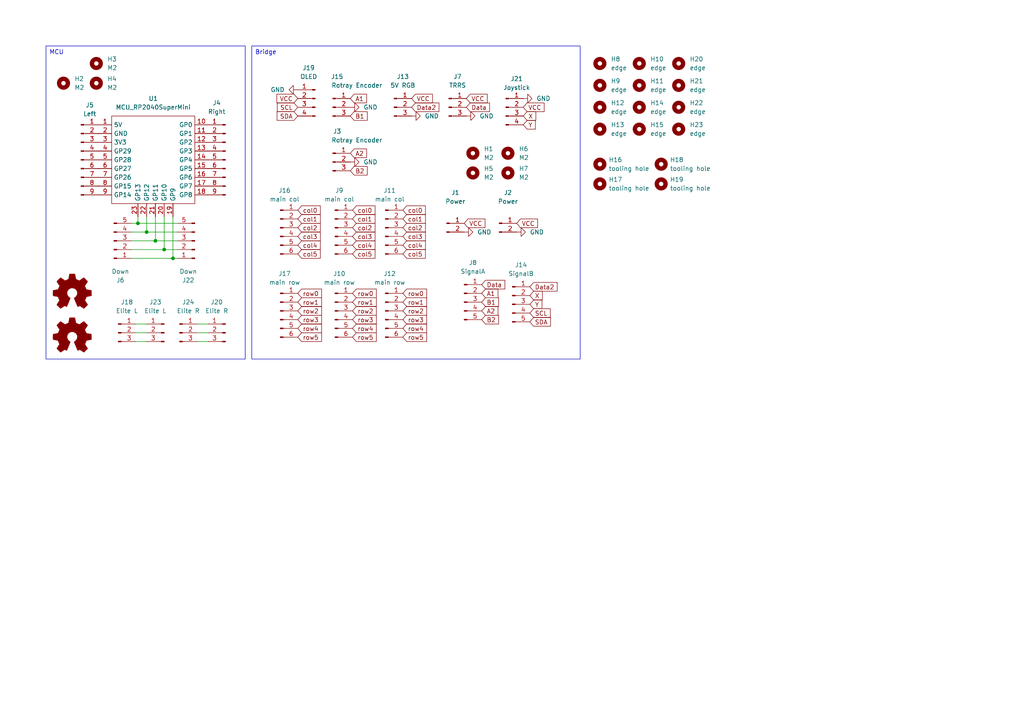
<source format=kicad_sch>
(kicad_sch (version 20230121) (generator eeschema)
  (paper "A4")
  (lib_symbols
    (symbol "Connector:Conn_01x02_Pin" (pin_names (offset 1.016) hide)
      (property "Reference" "J" (at 0 2.54 0))
      (property "Value" "Conn_01x02_Pin" (at 0 -5.08 0))
      (symbol "Conn_01x02_Pin_1_1"
        (polyline (pts (xy 1.27 -2.54) (xy 0.8636 -2.54)) (stroke (width 0.1524)))
        (polyline (pts (xy 1.27 0) (xy 0.8636 0)) (stroke (width 0.1524)))
        (rectangle (start 0.8636 -2.413) (end 0 -2.667) (stroke (width 0.1524)) (fill (type outline)))
        (rectangle (start 0.8636 0.127) (end 0 -0.127) (stroke (width 0.1524)) (fill (type outline)))
        (pin passive line (at 5.08 0 180) (length 3.81) (name "Pin_1") (number "1"))
        (pin passive line (at 5.08 -2.54 180) (length 3.81) (name "Pin_2") (number "2"))
      )
    )
    (symbol "Connector:Conn_01x03_Pin" (pin_names (offset 1.016) hide)
      (property "Reference" "J" (at 0 5.08 0))
      (property "Value" "Conn_01x03_Pin" (at 0 -5.08 0))
      (symbol "Conn_01x03_Pin_1_1"
        (polyline (pts (xy 1.27 -2.54) (xy 0.8636 -2.54)) (stroke (width 0.1524)))
        (polyline (pts (xy 1.27 0) (xy 0.8636 0)) (stroke (width 0.1524)))
        (polyline (pts (xy 1.27 2.54) (xy 0.8636 2.54)) (stroke (width 0.1524)))
        (rectangle (start 0.8636 -2.413) (end 0 -2.667) (stroke (width 0.1524)) (fill (type outline)))
        (rectangle (start 0.8636 0.127) (end 0 -0.127) (stroke (width 0.1524)) (fill (type outline)))
        (rectangle (start 0.8636 2.667) (end 0 2.413) (stroke (width 0.1524)) (fill (type outline)))
        (pin passive line (at 5.08 2.54 180) (length 3.81) (name "Pin_1") (number "1"))
        (pin passive line (at 5.08 0 180) (length 3.81) (name "Pin_2") (number "2"))
        (pin passive line (at 5.08 -2.54 180) (length 3.81) (name "Pin_3") (number "3"))
      )
    )
    (symbol "Connector:Conn_01x04_Pin" (pin_names (offset 1.016) hide)
      (property "Reference" "J" (at 0 5.08 0))
      (property "Value" "Conn_01x04_Pin" (at 0 -7.62 0))
      (symbol "Conn_01x04_Pin_1_1"
        (polyline (pts (xy 1.27 -5.08) (xy 0.8636 -5.08)) (stroke (width 0.1524)))
        (polyline (pts (xy 1.27 -2.54) (xy 0.8636 -2.54)) (stroke (width 0.1524)))
        (polyline (pts (xy 1.27 0) (xy 0.8636 0)) (stroke (width 0.1524)))
        (polyline (pts (xy 1.27 2.54) (xy 0.8636 2.54)) (stroke (width 0.1524)))
        (rectangle (start 0.8636 -4.953) (end 0 -5.207) (stroke (width 0.1524)) (fill (type outline)))
        (rectangle (start 0.8636 -2.413) (end 0 -2.667) (stroke (width 0.1524)) (fill (type outline)))
        (rectangle (start 0.8636 0.127) (end 0 -0.127) (stroke (width 0.1524)) (fill (type outline)))
        (rectangle (start 0.8636 2.667) (end 0 2.413) (stroke (width 0.1524)) (fill (type outline)))
        (pin passive line (at 5.08 2.54 180) (length 3.81) (name "Pin_1") (number "1"))
        (pin passive line (at 5.08 0 180) (length 3.81) (name "Pin_2") (number "2"))
        (pin passive line (at 5.08 -2.54 180) (length 3.81) (name "Pin_3") (number "3"))
        (pin passive line (at 5.08 -5.08 180) (length 3.81) (name "Pin_4") (number "4"))
      )
    )
    (symbol "Connector:Conn_01x05_Pin" (pin_names (offset 1.016) hide)
      (property "Reference" "J" (at 0 7.62 0))
      (property "Value" "Conn_01x05_Pin" (at 0 -7.62 0))
      (symbol "Conn_01x05_Pin_1_1"
        (polyline (pts (xy 1.27 -5.08) (xy 0.8636 -5.08)) (stroke (width 0.1524)))
        (polyline (pts (xy 1.27 -2.54) (xy 0.8636 -2.54)) (stroke (width 0.1524)))
        (polyline (pts (xy 1.27 0) (xy 0.8636 0)) (stroke (width 0.1524)))
        (polyline (pts (xy 1.27 2.54) (xy 0.8636 2.54)) (stroke (width 0.1524)))
        (polyline (pts (xy 1.27 5.08) (xy 0.8636 5.08)) (stroke (width 0.1524)))
        (rectangle (start 0.8636 -4.953) (end 0 -5.207) (stroke (width 0.1524)) (fill (type outline)))
        (rectangle (start 0.8636 -2.413) (end 0 -2.667) (stroke (width 0.1524)) (fill (type outline)))
        (rectangle (start 0.8636 0.127) (end 0 -0.127) (stroke (width 0.1524)) (fill (type outline)))
        (rectangle (start 0.8636 2.667) (end 0 2.413) (stroke (width 0.1524)) (fill (type outline)))
        (rectangle (start 0.8636 5.207) (end 0 4.953) (stroke (width 0.1524)) (fill (type outline)))
        (pin passive line (at 5.08 5.08 180) (length 3.81) (name "Pin_1") (number "1"))
        (pin passive line (at 5.08 2.54 180) (length 3.81) (name "Pin_2") (number "2"))
        (pin passive line (at 5.08 0 180) (length 3.81) (name "Pin_3") (number "3"))
        (pin passive line (at 5.08 -2.54 180) (length 3.81) (name "Pin_4") (number "4"))
        (pin passive line (at 5.08 -5.08 180) (length 3.81) (name "Pin_5") (number "5"))
      )
    )
    (symbol "Connector:Conn_01x06_Pin" (pin_names (offset 1.016) hide)
      (property "Reference" "J" (at 0 7.62 0))
      (property "Value" "Conn_01x06_Pin" (at 0 -10.16 0))
      (symbol "Conn_01x06_Pin_1_1"
        (polyline (pts (xy 1.27 -7.62) (xy 0.8636 -7.62)) (stroke (width 0.1524)))
        (polyline (pts (xy 1.27 -5.08) (xy 0.8636 -5.08)) (stroke (width 0.1524)))
        (polyline (pts (xy 1.27 -2.54) (xy 0.8636 -2.54)) (stroke (width 0.1524)))
        (polyline (pts (xy 1.27 0) (xy 0.8636 0)) (stroke (width 0.1524)))
        (polyline (pts (xy 1.27 2.54) (xy 0.8636 2.54)) (stroke (width 0.1524)))
        (polyline (pts (xy 1.27 5.08) (xy 0.8636 5.08)) (stroke (width 0.1524)))
        (rectangle (start 0.8636 -7.493) (end 0 -7.747) (stroke (width 0.1524)) (fill (type outline)))
        (rectangle (start 0.8636 -4.953) (end 0 -5.207) (stroke (width 0.1524)) (fill (type outline)))
        (rectangle (start 0.8636 -2.413) (end 0 -2.667) (stroke (width 0.1524)) (fill (type outline)))
        (rectangle (start 0.8636 0.127) (end 0 -0.127) (stroke (width 0.1524)) (fill (type outline)))
        (rectangle (start 0.8636 2.667) (end 0 2.413) (stroke (width 0.1524)) (fill (type outline)))
        (rectangle (start 0.8636 5.207) (end 0 4.953) (stroke (width 0.1524)) (fill (type outline)))
        (pin passive line (at 5.08 5.08 180) (length 3.81) (name "Pin_1") (number "1"))
        (pin passive line (at 5.08 2.54 180) (length 3.81) (name "Pin_2") (number "2"))
        (pin passive line (at 5.08 0 180) (length 3.81) (name "Pin_3") (number "3"))
        (pin passive line (at 5.08 -2.54 180) (length 3.81) (name "Pin_4") (number "4"))
        (pin passive line (at 5.08 -5.08 180) (length 3.81) (name "Pin_5") (number "5"))
        (pin passive line (at 5.08 -7.62 180) (length 3.81) (name "Pin_6") (number "6"))
      )
    )
    (symbol "Connector:Conn_01x09_Pin" (pin_names (offset 1.016) hide)
      (property "Reference" "J" (at 0 12.7 0))
      (property "Value" "Conn_01x09_Pin" (at 0 -12.7 0))
      (symbol "Conn_01x09_Pin_1_1"
        (polyline (pts (xy 1.27 -10.16) (xy 0.8636 -10.16)) (stroke (width 0.1524)))
        (polyline (pts (xy 1.27 -7.62) (xy 0.8636 -7.62)) (stroke (width 0.1524)))
        (polyline (pts (xy 1.27 -5.08) (xy 0.8636 -5.08)) (stroke (width 0.1524)))
        (polyline (pts (xy 1.27 -2.54) (xy 0.8636 -2.54)) (stroke (width 0.1524)))
        (polyline (pts (xy 1.27 0) (xy 0.8636 0)) (stroke (width 0.1524)))
        (polyline (pts (xy 1.27 2.54) (xy 0.8636 2.54)) (stroke (width 0.1524)))
        (polyline (pts (xy 1.27 5.08) (xy 0.8636 5.08)) (stroke (width 0.1524)))
        (polyline (pts (xy 1.27 7.62) (xy 0.8636 7.62)) (stroke (width 0.1524)))
        (polyline (pts (xy 1.27 10.16) (xy 0.8636 10.16)) (stroke (width 0.1524)))
        (rectangle (start 0.8636 -10.033) (end 0 -10.287) (stroke (width 0.1524)) (fill (type outline)))
        (rectangle (start 0.8636 -7.493) (end 0 -7.747) (stroke (width 0.1524)) (fill (type outline)))
        (rectangle (start 0.8636 -4.953) (end 0 -5.207) (stroke (width 0.1524)) (fill (type outline)))
        (rectangle (start 0.8636 -2.413) (end 0 -2.667) (stroke (width 0.1524)) (fill (type outline)))
        (rectangle (start 0.8636 0.127) (end 0 -0.127) (stroke (width 0.1524)) (fill (type outline)))
        (rectangle (start 0.8636 2.667) (end 0 2.413) (stroke (width 0.1524)) (fill (type outline)))
        (rectangle (start 0.8636 5.207) (end 0 4.953) (stroke (width 0.1524)) (fill (type outline)))
        (rectangle (start 0.8636 7.747) (end 0 7.493) (stroke (width 0.1524)) (fill (type outline)))
        (rectangle (start 0.8636 10.287) (end 0 10.033) (stroke (width 0.1524)) (fill (type outline)))
        (pin passive line (at 5.08 10.16 180) (length 3.81) (name "Pin_1") (number "1"))
        (pin passive line (at 5.08 7.62 180) (length 3.81) (name "Pin_2") (number "2"))
        (pin passive line (at 5.08 5.08 180) (length 3.81) (name "Pin_3") (number "3"))
        (pin passive line (at 5.08 2.54 180) (length 3.81) (name "Pin_4") (number "4"))
        (pin passive line (at 5.08 0 180) (length 3.81) (name "Pin_5") (number "5"))
        (pin passive line (at 5.08 -2.54 180) (length 3.81) (name "Pin_6") (number "6"))
        (pin passive line (at 5.08 -5.08 180) (length 3.81) (name "Pin_7") (number "7"))
        (pin passive line (at 5.08 -7.62 180) (length 3.81) (name "Pin_8") (number "8"))
        (pin passive line (at 5.08 -10.16 180) (length 3.81) (name "Pin_9") (number "9"))
      )
    )
    (symbol "DreaM117er_Library:MCU_RP2040SuperMini" (pin_names (offset 0.635))
      (property "Reference" "U" (at 0 12.7 0))
      (property "Value" "MCU_RP2040SuperMini" (at 0 10.16 0))
      (symbol "MCU_RP2040SuperMini_0_1"
        (rectangle (start -12.065 8.89) (end 12.065 -16.51))
      )
      (symbol "MCU_RP2040SuperMini_1_1"
        (pin output line (at -15.875 6.35 0) (length 3.81) (name "5V") (number "1"))
        (pin input line (at 15.875 6.35 180) (length 3.81) (name "GP0") (number "10"))
        (pin input line (at 15.875 3.81 180) (length 3.81) (name "GP1") (number "11"))
        (pin input line (at 15.875 1.27 180) (length 3.81) (name "GP2") (number "12"))
        (pin input line (at 15.875 -1.27 180) (length 3.81) (name "GP3") (number "13"))
        (pin input line (at 15.875 -3.81 180) (length 3.81) (name "GP4") (number "14"))
        (pin input line (at 15.875 -6.35 180) (length 3.81) (name "GP5") (number "15"))
        (pin input line (at 15.875 -8.89 180) (length 3.81) (name "GP6") (number "16"))
        (pin input line (at 15.875 -11.43 180) (length 3.81) (name "GP7") (number "17"))
        (pin input line (at 15.875 -13.97 180) (length 3.81) (name "GP8") (number "18"))
        (pin input line (at 5.715 -20.32 90) (length 3.81) (name "GP9") (number "19"))
        (pin input line (at -15.875 3.81 0) (length 3.81) (name "GND") (number "2"))
        (pin input line (at 3.175 -20.32 90) (length 3.81) (name "GP10") (number "20"))
        (pin input line (at 0.635 -20.32 90) (length 3.81) (name "GP11") (number "21"))
        (pin input line (at -1.905 -20.32 90) (length 3.81) (name "GP12") (number "22"))
        (pin input line (at -4.445 -20.32 90) (length 3.81) (name "GP13") (number "23"))
        (pin output line (at -15.875 1.27 0) (length 3.81) (name "3V3") (number "3"))
        (pin input line (at -15.875 -1.27 0) (length 3.81) (name "GP29") (number "4"))
        (pin input line (at -15.875 -3.81 0) (length 3.81) (name "GP28") (number "5"))
        (pin input line (at -15.875 -6.35 0) (length 3.81) (name "GP27") (number "6"))
        (pin input line (at -15.875 -8.89 0) (length 3.81) (name "GP26") (number "7"))
        (pin input line (at -15.875 -11.43 0) (length 3.81) (name "GP15") (number "8"))
        (pin input line (at -15.875 -13.97 0) (length 3.81) (name "GP14") (number "9"))
      )
    )
    (symbol "Graphic:Logo_Open_Hardware_Small" (in_bom no) (on_board no)
      (symbol "Logo_Open_Hardware_Small_0_1"
        (polyline (pts (xy 3.3528 -4.3434) (xy 3.302 -4.318) (xy 3.175 -4.2418) (xy 2.9972 -4.1148) (xy 2.7686 -3.9624) (xy 2.54 -3.81) (xy 2.3622 -3.7084) (xy 2.2352 -3.6068) (xy 2.1844 -3.5814) (xy 2.159 -3.6068) (xy 2.0574 -3.6576) (xy 1.905 -3.7338) (xy 1.8034 -3.7846) (xy 1.6764 -3.8354) (xy 1.6002 -3.8354) (xy 1.6002 -3.8354) (xy 1.5494 -3.7338) (xy 1.4732 -3.5306) (xy 1.3462 -3.302) (xy 1.2446 -3.0226) (xy 1.1176 -2.7178) (xy 0.9652 -2.413) (xy 0.8636 -2.1082) (xy 0.7366 -1.8288) (xy 0.6604 -1.6256) (xy 0.6096 -1.4732) (xy 0.5842 -1.397) (xy 0.5842 -1.397) (xy 0.6604 -1.3208) (xy 0.7874 -1.2446) (xy 1.0414 -1.016) (xy 1.2954 -0.6858) (xy 1.4478 -0.3302) (xy 1.524 0.0762) (xy 1.4732 0.4572) (xy 1.3208 0.8128) (xy 1.0668 1.143) (xy 0.762 1.3716) (xy 0.4064 1.524) (xy 0 1.5748) (xy -0.381 1.5494) (xy -0.7366 1.397) (xy -1.0668 1.143) (xy -1.2192 0.9906) (xy -1.397 0.6604) (xy -1.524 0.3048) (xy -1.524 0.2286) (xy -1.4986 -0.1778) (xy -1.397 -0.5334) (xy -1.1938 -0.8636) (xy -0.9144 -1.143) (xy -0.8636 -1.1684) (xy -0.7366 -1.27) (xy -0.635 -1.3462) (xy -0.5842 -1.397) (xy -1.0668 -2.5908) (xy -1.143 -2.794) (xy -1.2954 -3.1242) (xy -1.397 -3.4036) (xy -1.4986 -3.6322) (xy -1.5748 -3.7846) (xy -1.6002 -3.8354) (xy -1.6002 -3.8354) (xy -1.651 -3.8354) (xy -1.7272 -3.81) (xy -1.905 -3.7338) (xy -2.0066 -3.683) (xy -2.1336 -3.6068) (xy -2.2098 -3.5814) (xy -2.2606 -3.6068) (xy -2.3622 -3.683) (xy -2.54 -3.81) (xy -2.7686 -3.9624) (xy -2.9718 -4.0894) (xy -3.1496 -4.2164) (xy -3.302 -4.318) (xy -3.3528 -4.3434) (xy -3.3782 -4.3434) (xy -3.429 -4.318) (xy -3.5306 -4.2164) (xy -3.7084 -4.064) (xy -3.937 -3.8354) (xy -3.9624 -3.81) (xy -4.1656 -3.6068) (xy -4.318 -3.4544) (xy -4.4196 -3.3274) (xy -4.445 -3.2766) (xy -4.445 -3.2766) (xy -4.4196 -3.2258) (xy -4.318 -3.0734) (xy -4.2164 -2.8956) (xy -4.064 -2.667) (xy -3.6576 -2.0828) (xy -3.8862 -1.5494) (xy -3.937 -1.3716) (xy -4.0386 -1.1684) (xy -4.0894 -1.0414) (xy -4.1148 -0.9652) (xy -4.191 -0.9398) (xy -4.318 -0.9144) (xy -4.5466 -0.8636) (xy -4.8006 -0.8128) (xy -5.0546 -0.7874) (xy -5.2578 -0.7366) (xy -5.4356 -0.7112) (xy -5.5118 -0.6858) (xy -5.5118 -0.6858) (xy -5.5372 -0.635) (xy -5.5372 -0.5588) (xy -5.5372 -0.4318) (xy -5.5626 -0.2286) (xy -5.5626 0.0762) (xy -5.5626 0.127) (xy -5.5372 0.4064) (xy -5.5372 0.635) (xy -5.5372 0.762) (xy -5.5372 0.8382) (xy -5.5372 0.8382) (xy -5.461 0.8382) (xy -5.3086 0.889) (xy -5.08 0.9144) (xy -4.826 0.9652) (xy -4.8006 0.9906) (xy -4.5466 1.0414) (xy -4.318 1.0668) (xy -4.1656 1.1176) (xy -4.0894 1.143) (xy -4.0894 1.143) (xy -4.0386 1.2446) (xy -3.9624 1.4224) (xy -3.8608 1.6256) (xy -3.7846 1.8288) (xy -3.7084 2.0066) (xy -3.6576 2.159) (xy -3.6322 2.2098) (xy -3.6322 2.2098) (xy -3.683 2.286) (xy -3.7592 2.413) (xy -3.8862 2.5908) (xy -4.064 2.8194) (xy -4.064 2.8448) (xy -4.2164 3.0734) (xy -4.3434 3.2512) (xy -4.4196 3.3782) (xy -4.445 3.4544) (xy -4.445 3.4544) (xy -4.3942 3.5052) (xy -4.2926 3.6322) (xy -4.1148 3.81) (xy -3.937 4.0132) (xy -3.8608 4.064) (xy -3.6576 4.2926) (xy -3.5052 4.4196) (xy -3.4036 4.4958) (xy -3.3528 4.5212) (xy -3.3528 4.5212) (xy -3.302 4.4704) (xy -3.1496 4.3688) (xy -2.9718 4.2418) (xy -2.7432 4.0894) (xy -2.7178 4.0894) (xy -2.4892 3.937) (xy -2.3114 3.81) (xy -2.1844 3.7084) (xy -2.1336 3.683) (xy -2.1082 3.683) (xy -2.032 3.7084) (xy -1.8542 3.7592) (xy -1.6764 3.8354) (xy -1.4732 3.937) (xy -1.27 4.0132) (xy -1.143 4.064) (xy -1.0668 4.1148) (xy -1.0668 4.1148) (xy -1.0414 4.191) (xy -1.016 4.3434) (xy -0.9652 4.572) (xy -0.9144 4.8514) (xy -0.889 4.9022) (xy -0.8382 5.1562) (xy -0.8128 5.3848) (xy -0.7874 5.5372) (xy -0.762 5.588) (xy -0.7112 5.6134) (xy -0.5842 5.6134) (xy -0.4064 5.6134) (xy -0.1524 5.6134) (xy 0.0762 5.6134) (xy 0.3302 5.6134) (xy 0.5334 5.6134) (xy 0.6858 5.588) (xy 0.7366 5.588) (xy 0.7366 5.588) (xy 0.762 5.5118) (xy 0.8128 5.334) (xy 0.8382 5.1054) (xy 0.9144 4.826) (xy 0.9144 4.7752) (xy 0.9652 4.5212) (xy 1.016 4.2926) (xy 1.0414 4.1402) (xy 1.0668 4.0894) (xy 1.0668 4.0894) (xy 1.1938 4.0386) (xy 1.3716 3.9624) (xy 1.5748 3.8608) (xy 2.0828 3.6576) (xy 2.7178 4.0894) (xy 2.7686 4.1402) (xy 2.9972 4.2926) (xy 3.175 4.4196) (xy 3.302 4.4958) (xy 3.3782 4.5212) (xy 3.3782 4.5212) (xy 3.429 4.4704) (xy 3.556 4.3434) (xy 3.7338 4.191) (xy 3.9116 3.9878) (xy 4.064 3.8354) (xy 4.2418 3.6576) (xy 4.3434 3.556) (xy 4.4196 3.4798) (xy 4.4196 3.429) (xy 4.4196 3.4036) (xy 4.3942 3.3274) (xy 4.2926 3.2004) (xy 4.1656 2.9972) (xy 4.0132 2.794) (xy 3.8862 2.5908) (xy 3.7592 2.3876) (xy 3.6576 2.2352) (xy 3.6322 2.159) (xy 3.6322 2.1336) (xy 3.683 2.0066) (xy 3.7592 1.8288) (xy 3.8608 1.6002) (xy 4.064 1.1176) (xy 4.3942 1.0414) (xy 4.5974 1.016) (xy 4.8768 0.9652) (xy 5.1308 0.9144) (xy 5.5372 0.8382) (xy 5.5626 -0.6604) (xy 5.4864 -0.6858) (xy 5.4356 -0.6858) (xy 5.2832 -0.7366) (xy 5.0546 -0.762) (xy 4.8006 -0.8128) (xy 4.5974 -0.8636) (xy 4.3688 -0.9144) (xy 4.2164 -0.9398) (xy 4.1402 -0.9398) (xy 4.1148 -0.9652) (xy 4.064 -1.0668) (xy 3.9878 -1.2446) (xy 3.9116 -1.4478) (xy 3.81 -1.651) (xy 3.7338 -1.8542) (xy 3.683 -2.0066) (xy 3.6576 -2.0828) (xy 3.683 -2.1336) (xy 3.7846 -2.2606) (xy 3.8862 -2.4638) (xy 4.0386 -2.667) (xy 4.191 -2.8956) (xy 4.318 -3.0734) (xy 4.3942 -3.2004) (xy 4.445 -3.2766) (xy 4.4196 -3.3274) (xy 4.3434 -3.429) (xy 4.1656 -3.5814) (xy 3.937 -3.8354) (xy 3.8862 -3.8608) (xy 3.683 -4.064) (xy 3.5306 -4.2164) (xy 3.4036 -4.318) (xy 3.3528 -4.3434)) (fill (type outline)))
      )
    )
    (symbol "Mechanical:MountingHole" (pin_names (offset 1.016))
      (property "Reference" "H" (at 0 5.08 0))
      (property "Value" "MountingHole" (at 0 3.175 0))
      (symbol "MountingHole_0_1"
        (circle (center 0 0) (radius 1.27) (stroke (width 1.27)))
      )
    )
    (symbol "power:GND" (power) (pin_names (offset 0))
      (property "Value" "GND" (at 0 -3.81 0))
      (symbol "GND_0_1"
        (polyline (pts (xy 0 0) (xy 0 -1.27) (xy 1.27 -1.27) (xy 0 -2.54) (xy -1.27 -1.27) (xy 0 -1.27)))
      )
      (symbol "GND_1_1"
        (pin power_in line (at 0 0 270) (length 0) hide (name "GND") (number "1"))
      )
    )
  )
  (junction (at 47.625 72.39))
  (junction (at 45.085 69.85))
  (junction (at 50.165 74.93))
  (junction (at 42.545 67.31))
  (junction (at 40.005 64.77))
  (wire (pts (xy 38.1 74.93) (xy 50.165 74.93)))
  (wire (pts (xy 60.325 99.06) (xy 57.15 99.06)))
  (wire (pts (xy 45.085 69.85) (xy 38.1 69.85)))
  (wire (pts (xy 38.1 64.77) (xy 40.005 64.77)))
  (wire (pts (xy 42.545 96.52) (xy 39.37 96.52)))
  (wire (pts (xy 60.325 93.98) (xy 57.15 93.98)))
  (wire (pts (xy 42.545 62.865) (xy 42.545 67.31)))
  (wire (pts (xy 42.545 93.98) (xy 39.37 93.98)))
  (wire (pts (xy 50.165 74.93) (xy 51.435 74.93)))
  (wire (pts (xy 47.625 72.39) (xy 51.435 72.39)))
  (wire (pts (xy 38.1 67.31) (xy 42.545 67.31)))
  (wire (pts (xy 38.1 72.39) (xy 47.625 72.39)))
  (wire (pts (xy 45.085 62.865) (xy 45.085 69.85)))
  (wire (pts (xy 42.545 99.06) (xy 39.37 99.06)))
  (wire (pts (xy 47.625 72.39) (xy 47.625 62.865)))
  (wire (pts (xy 40.005 64.77) (xy 40.005 62.865)))
  (wire (pts (xy 45.085 69.85) (xy 51.435 69.85)))
  (wire (pts (xy 50.165 62.865) (xy 50.165 74.93)))
  (wire (pts (xy 60.325 96.52) (xy 57.15 96.52)))
  (wire (pts (xy 51.435 64.77) (xy 40.005 64.77)))
  (wire (pts (xy 51.435 67.31) (xy 42.545 67.31)))
  (text_box "Bridge" (at 73.025 13.335 0) (size 95.25 90.805) (effects (font (size 1.27 1.27)) (justify left top)))
  (text_box "MCU" (at 13.335 13.335 0) (size 57.785 90.805) (effects (font (size 1.27 1.27)) (justify left top)))
  (global_label "Data2" (shape input) (at 119.38 31.115 0) (property "Intersheetrefs" "${INTERSHEET_REFS}" (effects hide)))
  (global_label "col4" (shape input) (at 86.36 71.12 0) (property "Intersheetrefs" "${INTERSHEET_REFS}" (effects hide)))
  (global_label "SCL" (shape input) (at 153.67 90.805 0) (property "Intersheetrefs" "${INTERSHEET_REFS}" (effects hide)))
  (global_label "SDA" (shape input) (at 86.36 33.655 180) (property "Intersheetrefs" "${INTERSHEET_REFS}" (effects hide)))
  (global_label "col1" (shape input) (at 102.235 63.5 0) (property "Intersheetrefs" "${INTERSHEET_REFS}" (effects hide)))
  (global_label "col4" (shape input) (at 116.84 71.12 0) (property "Intersheetrefs" "${INTERSHEET_REFS}" (effects hide)))
  (global_label "row3" (shape input) (at 86.36 92.71 0) (property "Intersheetrefs" "${INTERSHEET_REFS}" (effects hide)))
  (global_label "col5" (shape input) (at 116.84 73.66 0) (property "Intersheetrefs" "${INTERSHEET_REFS}" (effects hide)))
  (global_label "VCC" (shape input) (at 119.38 28.575 0) (property "Intersheetrefs" "${INTERSHEET_REFS}" (effects hide)))
  (global_label "row5" (shape input) (at 102.235 97.79 0) (property "Intersheetrefs" "${INTERSHEET_REFS}" (effects hide)))
  (global_label "row3" (shape input) (at 102.235 92.71 0) (property "Intersheetrefs" "${INTERSHEET_REFS}" (effects hide)))
  (global_label "Y" (shape input) (at 151.765 36.195 0) (property "Intersheetrefs" "${INTERSHEET_REFS}" (effects hide)))
  (global_label "Data2" (shape input) (at 153.67 83.185 0) (property "Intersheetrefs" "${INTERSHEET_REFS}" (effects hide)))
  (global_label "row4" (shape input) (at 86.36 95.25 0) (property "Intersheetrefs" "${INTERSHEET_REFS}" (effects hide)))
  (global_label "col0" (shape input) (at 116.84 60.96 0) (property "Intersheetrefs" "${INTERSHEET_REFS}" (effects hide)))
  (global_label "col0" (shape input) (at 86.36 60.96 0) (property "Intersheetrefs" "${INTERSHEET_REFS}" (effects hide)))
  (global_label "row1" (shape input) (at 86.36 87.63 0) (property "Intersheetrefs" "${INTERSHEET_REFS}" (effects hide)))
  (global_label "A2" (shape input) (at 139.7 90.17 0) (property "Intersheetrefs" "${INTERSHEET_REFS}" (effects hide)))
  (global_label "B1" (shape input) (at 139.7 87.63 0) (property "Intersheetrefs" "${INTERSHEET_REFS}" (effects hide)))
  (global_label "VCC" (shape input) (at 86.36 28.575 180) (property "Intersheetrefs" "${INTERSHEET_REFS}" (effects hide)))
  (global_label "VCC" (shape input) (at 134.62 64.77 0) (property "Intersheetrefs" "${INTERSHEET_REFS}" (effects hide)))
  (global_label "SDA" (shape input) (at 153.67 93.345 0) (property "Intersheetrefs" "${INTERSHEET_REFS}" (effects hide)))
  (global_label "X" (shape input) (at 151.765 33.655 0) (property "Intersheetrefs" "${INTERSHEET_REFS}" (effects hide)))
  (global_label "Data" (shape input) (at 139.7 82.55 0) (property "Intersheetrefs" "${INTERSHEET_REFS}" (effects hide)))
  (global_label "row5" (shape input) (at 86.36 97.79 0) (property "Intersheetrefs" "${INTERSHEET_REFS}" (effects hide)))
  (global_label "row3" (shape input) (at 116.84 92.71 0) (property "Intersheetrefs" "${INTERSHEET_REFS}" (effects hide)))
  (global_label "A1" (shape input) (at 139.7 85.09 0) (property "Intersheetrefs" "${INTERSHEET_REFS}" (effects hide)))
  (global_label "col3" (shape input) (at 116.84 68.58 0) (property "Intersheetrefs" "${INTERSHEET_REFS}" (effects hide)))
  (global_label "X" (shape input) (at 153.67 85.725 0) (property "Intersheetrefs" "${INTERSHEET_REFS}" (effects hide)))
  (global_label "B2" (shape input) (at 101.6 49.53 0) (property "Intersheetrefs" "${INTERSHEET_REFS}" (effects hide)))
  (global_label "row4" (shape input) (at 102.235 95.25 0) (property "Intersheetrefs" "${INTERSHEET_REFS}" (effects hide)))
  (global_label "col0" (shape input) (at 102.235 60.96 0) (property "Intersheetrefs" "${INTERSHEET_REFS}" (effects hide)))
  (global_label "row2" (shape input) (at 116.84 90.17 0) (property "Intersheetrefs" "${INTERSHEET_REFS}" (effects hide)))
  (global_label "row5" (shape input) (at 116.84 97.79 0) (property "Intersheetrefs" "${INTERSHEET_REFS}" (effects hide)))
  (global_label "B2" (shape input) (at 139.7 92.71 0) (property "Intersheetrefs" "${INTERSHEET_REFS}" (effects hide)))
  (global_label "VCC" (shape input) (at 135.255 28.575 0) (property "Intersheetrefs" "${INTERSHEET_REFS}" (effects hide)))
  (global_label "row2" (shape input) (at 102.235 90.17 0) (property "Intersheetrefs" "${INTERSHEET_REFS}" (effects hide)))
  (global_label "col1" (shape input) (at 86.36 63.5 0) (property "Intersheetrefs" "${INTERSHEET_REFS}" (effects hide)))
  (global_label "row1" (shape input) (at 102.235 87.63 0) (property "Intersheetrefs" "${INTERSHEET_REFS}" (effects hide)))
  (global_label "col2" (shape input) (at 86.36 66.04 0) (property "Intersheetrefs" "${INTERSHEET_REFS}" (effects hide)))
  (global_label "row2" (shape input) (at 86.36 90.17 0) (property "Intersheetrefs" "${INTERSHEET_REFS}" (effects hide)))
  (global_label "col5" (shape input) (at 86.36 73.66 0) (property "Intersheetrefs" "${INTERSHEET_REFS}" (effects hide)))
  (global_label "Data" (shape input) (at 135.255 31.115 0) (property "Intersheetrefs" "${INTERSHEET_REFS}" (effects hide)))
  (global_label "col2" (shape input) (at 116.84 66.04 0) (property "Intersheetrefs" "${INTERSHEET_REFS}" (effects hide)))
  (global_label "row0" (shape input) (at 102.235 85.09 0) (property "Intersheetrefs" "${INTERSHEET_REFS}" (effects hide)))
  (global_label "row0" (shape input) (at 116.84 85.09 0) (property "Intersheetrefs" "${INTERSHEET_REFS}" (effects hide)))
  (global_label "SCL" (shape input) (at 86.36 31.115 180) (property "Intersheetrefs" "${INTERSHEET_REFS}" (effects hide)))
  (global_label "B1" (shape input) (at 101.6 33.655 0) (property "Intersheetrefs" "${INTERSHEET_REFS}" (effects hide)))
  (global_label "row4" (shape input) (at 116.84 95.25 0) (property "Intersheetrefs" "${INTERSHEET_REFS}" (effects hide)))
  (global_label "col1" (shape input) (at 116.84 63.5 0) (property "Intersheetrefs" "${INTERSHEET_REFS}" (effects hide)))
  (global_label "row1" (shape input) (at 116.84 87.63 0) (property "Intersheetrefs" "${INTERSHEET_REFS}" (effects hide)))
  (global_label "A2" (shape input) (at 101.6 44.45 0) (property "Intersheetrefs" "${INTERSHEET_REFS}" (effects hide)))
  (global_label "col5" (shape input) (at 102.235 73.66 0) (property "Intersheetrefs" "${INTERSHEET_REFS}" (effects hide)))
  (global_label "VCC" (shape input) (at 149.86 64.77 0) (property "Intersheetrefs" "${INTERSHEET_REFS}" (effects hide)))
  (global_label "row0" (shape input) (at 86.36 85.09 0) (property "Intersheetrefs" "${INTERSHEET_REFS}" (effects hide)))
  (global_label "A1" (shape input) (at 101.6 28.575 0) (property "Intersheetrefs" "${INTERSHEET_REFS}" (effects hide)))
  (global_label "col3" (shape input) (at 86.36 68.58 0) (property "Intersheetrefs" "${INTERSHEET_REFS}" (effects hide)))
  (global_label "col4" (shape input) (at 102.235 71.12 0) (property "Intersheetrefs" "${INTERSHEET_REFS}" (effects hide)))
  (global_label "col3" (shape input) (at 102.235 68.58 0) (property "Intersheetrefs" "${INTERSHEET_REFS}" (effects hide)))
  (global_label "Y" (shape input) (at 153.67 88.265 0) (property "Intersheetrefs" "${INTERSHEET_REFS}" (effects hide)))
  (global_label "VCC" (shape input) (at 151.765 31.115 0) (property "Intersheetrefs" "${INTERSHEET_REFS}" (effects hide)))
  (global_label "col2" (shape input) (at 102.235 66.04 0) (property "Intersheetrefs" "${INTERSHEET_REFS}" (effects hide)))
  (symbol (lib_id "Connector:Conn_01x06_Pin") (at 111.76 90.17 0) (unit 1)
    (property "Reference" "J12" (at 113.03 79.375 0))
    (property "Value" "main row" (at 113.03 81.915 0))
    (property "Footprint" "DreaM117er-keebLibrary:PinHeader_1x06_P2.54mm_Vertical" (effects hide))
  )
  (symbol (lib_id "Connector:Conn_01x03_Pin") (at 52.07 96.52 0) (unit 1)
    (property "Reference" "J24" (at 54.61 87.63 0))
    (property "Value" "Elite R" (at 54.61 90.17 0))
    (property "Footprint" "DreaM117er-keebLibrary:PinHeader_1x03_P2.54mm_Vertical" (effects hide))
  )
  (symbol (lib_id "power:GND") (at 135.255 33.655 90) (unit 1)
    (property "Reference" "#PWR010" (effects hide))
    (property "Value" "GND" (at 139.065 33.655 90) (effects (justify right)))
  )
  (symbol (lib_id "Mechanical:MountingHole") (at 196.85 37.465 0) (unit 1)
    (property "Reference" "H23" (at 200.025 36.195 0) (effects (justify left)))
    (property "Value" "edge" (at 200.025 38.735 0) (effects (justify left)))
    (property "Footprint" "Marby_kbd_footprint-main:Breakaway_Tabs" (effects hide))
  )
  (symbol (lib_id "Connector:Conn_01x05_Pin") (at 148.59 88.265 0) (unit 1)
    (property "Reference" "J14" (at 151.13 76.835 0))
    (property "Value" "SignalB" (at 151.13 79.375 0))
    (property "Footprint" "DreaM117er-keebLibrary:PinHeader_1x05_P2.54mm_Vertical" (effects hide))
  )
  (symbol (lib_id "Mechanical:MountingHole") (at 27.94 18.415 0) (unit 1)
    (property "Reference" "H3" (at 31.115 17.145 0) (effects (justify left)))
    (property "Value" "M2" (at 31.115 19.685 0) (effects (justify left)))
    (property "Footprint" "MountingHole:MountingHole_2.2mm_M2" (effects hide))
  )
  (symbol (lib_id "Graphic:Logo_Open_Hardware_Small") (at 20.955 85.09 0) (unit 1) (in_bom no) (on_board no)
    (property "Reference" "#SYM2" (effects hide))
    (property "Value" "Logo_Open_Hardware_Small" (effects hide))
    (property "Footprint" "Symbol:OSHW-Symbol_13.4x12mm_SilkScreen" (effects hide))
    (property "Sim.Enable" "0" (effects hide))
  )
  (symbol (lib_id "Connector:Conn_01x02_Pin") (at 144.78 64.77 0) (unit 1)
    (property "Reference" "J2" (at 147.32 55.88 0))
    (property "Value" "Power" (at 147.32 58.42 0))
    (property "Footprint" "DreaM117er-keebLibrary:PinHeader_1x02_P2.54mm_Vertical" (effects hide))
  )
  (symbol (lib_id "Connector:Conn_01x04_Pin") (at 146.685 31.115 0) (unit 1)
    (property "Reference" "J21" (at 149.86 22.86 0))
    (property "Value" "Joystick" (at 149.86 25.4 0))
    (property "Footprint" "DreaM117er-keebLibrary:PinHeader_1x04_P2.54mm_Vertical" (effects hide))
  )
  (symbol (lib_id "Mechanical:MountingHole") (at 173.99 18.415 0) (unit 1)
    (property "Reference" "H8" (at 177.165 17.145 0) (effects (justify left)))
    (property "Value" "edge" (at 177.165 19.685 0) (effects (justify left)))
    (property "Footprint" "Marby_kbd_footprint-main:Breakaway_Tabs" (effects hide))
  )
  (symbol (lib_id "Mechanical:MountingHole") (at 173.99 47.625 0) (unit 1)
    (property "Reference" "H16" (at 176.53 46.355 0) (effects (justify left)))
    (property "Value" "tooling hole" (at 176.53 48.895 0) (effects (justify left)))
    (property "Footprint" "Marby_kbd_footprint-main:tooling_hole" (effects hide))
  )
  (symbol (lib_id "Mechanical:MountingHole") (at 173.99 37.465 0) (unit 1)
    (property "Reference" "H13" (at 177.165 36.195 0) (effects (justify left)))
    (property "Value" "edge" (at 177.165 38.735 0) (effects (justify left)))
    (property "Footprint" "Marby_kbd_footprint-main:Breakaway_Tabs" (effects hide))
  )
  (symbol (lib_id "Connector:Conn_01x09_Pin") (at 23.495 46.355 0) (unit 1)
    (property "Reference" "J5" (at 26.035 30.48 0))
    (property "Value" "Left" (at 26.035 33.02 0))
    (property "Footprint" "DreaM117er-keebLibrary:PinHeader_1x09_P2.54mm_Vertical" (effects hide))
  )
  (symbol (lib_id "Connector:Conn_01x09_Pin") (at 65.405 46.355 0) (mirror y) (unit 1)
    (property "Reference" "J4" (at 62.865 29.845 0))
    (property "Value" "Right" (at 62.865 32.385 0))
    (property "Footprint" "DreaM117er-keebLibrary:PinHeader_1x09_P2.54mm_Vertical" (effects hide))
  )
  (symbol (lib_id "Mechanical:MountingHole") (at 147.32 44.45 0) (unit 1)
    (property "Reference" "H6" (at 150.495 43.18 0) (effects (justify left)))
    (property "Value" "M2" (at 150.495 45.72 0) (effects (justify left)))
    (property "Footprint" "MountingHole:MountingHole_2.2mm_M2" (effects hide))
  )
  (symbol (lib_id "Mechanical:MountingHole") (at 173.99 24.765 0) (unit 1)
    (property "Reference" "H9" (at 177.165 23.495 0) (effects (justify left)))
    (property "Value" "edge" (at 177.165 26.035 0) (effects (justify left)))
    (property "Footprint" "Marby_kbd_footprint-main:Breakaway_Tabs" (effects hide))
  )
  (symbol (lib_id "Mechanical:MountingHole") (at 185.42 18.415 0) (unit 1)
    (property "Reference" "H10" (at 188.595 17.145 0) (effects (justify left)))
    (property "Value" "edge" (at 188.595 19.685 0) (effects (justify left)))
    (property "Footprint" "Marby_kbd_footprint-main:Breakaway_Tabs" (effects hide))
  )
  (symbol (lib_id "power:GND") (at 119.38 33.655 90) (unit 1)
    (property "Reference" "#PWR014" (effects hide))
    (property "Value" "GND" (at 123.19 33.655 90) (effects (justify right)))
  )
  (symbol (lib_id "power:GND") (at 134.62 67.31 90) (unit 1)
    (property "Reference" "#PWR02" (effects hide))
    (property "Value" "GND" (at 138.43 67.31 90) (effects (justify right)))
  )
  (symbol (lib_id "Mechanical:MountingHole") (at 191.77 53.34 0) (unit 1)
    (property "Reference" "H19" (at 194.31 52.07 0) (effects (justify left)))
    (property "Value" "tooling hole" (at 194.31 54.61 0) (effects (justify left)))
    (property "Footprint" "Marby_kbd_footprint-main:tooling_hole" (effects hide))
  )
  (symbol (lib_id "Connector:Conn_01x05_Pin") (at 134.62 87.63 0) (unit 1)
    (property "Reference" "J8" (at 137.16 76.2 0))
    (property "Value" "SignalA" (at 137.16 78.74 0))
    (property "Footprint" "DreaM117er-keebLibrary:PinHeader_1x05_P2.54mm_Vertical" (effects hide))
  )
  (symbol (lib_id "power:GND") (at 149.86 67.31 90) (unit 1)
    (property "Reference" "#PWR05" (effects hide))
    (property "Value" "GND" (at 153.67 67.31 90) (effects (justify right)))
  )
  (symbol (lib_id "Connector:Conn_01x03_Pin") (at 34.29 96.52 0) (unit 1)
    (property "Reference" "J18" (at 36.83 87.63 0))
    (property "Value" "Elite L" (at 36.83 90.17 0))
    (property "Footprint" "DreaM117er-keebLibrary:PinHeader_1x03_P2.54mm_Vertical" (effects hide))
  )
  (symbol (lib_id "Mechanical:MountingHole") (at 173.99 53.34 0) (unit 1)
    (property "Reference" "H17" (at 176.53 52.07 0) (effects (justify left)))
    (property "Value" "tooling hole" (at 176.53 54.61 0) (effects (justify left)))
    (property "Footprint" "Marby_kbd_footprint-main:tooling_hole" (effects hide))
  )
  (symbol (lib_id "Connector:Conn_01x06_Pin") (at 111.76 66.04 0) (unit 1)
    (property "Reference" "J11" (at 113.03 55.245 0))
    (property "Value" "main col" (at 113.03 57.785 0))
    (property "Footprint" "DreaM117er-keebLibrary:PinHeader_1x06_P2.54mm_Vertical" (effects hide))
  )
  (symbol (lib_id "Connector:Conn_01x05_Pin") (at 56.515 69.85 180) (unit 1)
    (property "Reference" "J22" (at 54.61 81.28 0))
    (property "Value" "Down" (at 54.61 78.74 0))
    (property "Footprint" "DreaM117er-keebLibrary:PinHeader_1x05_P2.54mm_Vertical" (effects hide))
  )
  (symbol (lib_id "Connector:Conn_01x03_Pin") (at 65.405 96.52 0) (mirror y) (unit 1)
    (property "Reference" "J20" (at 62.865 87.63 0))
    (property "Value" "Elite R" (at 62.865 90.17 0))
    (property "Footprint" "DreaM117er-keebLibrary:PinHeader_1x03_P2.54mm_Vertical" (effects hide))
  )
  (symbol (lib_id "Connector:Conn_01x06_Pin") (at 97.155 66.04 0) (unit 1)
    (property "Reference" "J9" (at 98.425 55.245 0))
    (property "Value" "main col" (at 98.425 57.785 0))
    (property "Footprint" "DreaM117er-keebLibrary:PinHeader_1x06_P2.54mm_Vertical" (effects hide))
  )
  (symbol (lib_id "Connector:Conn_01x02_Pin") (at 129.54 64.77 0) (unit 1)
    (property "Reference" "J1" (at 132.08 55.88 0))
    (property "Value" "Power" (at 132.08 58.42 0))
    (property "Footprint" "DreaM117er-keebLibrary:PinHeader_1x02_P2.54mm_Vertical" (effects hide))
  )
  (symbol (lib_id "power:GND") (at 101.6 46.99 90) (unit 1)
    (property "Reference" "#PWR07" (effects hide))
    (property "Value" "GND" (at 105.41 46.99 90) (effects (justify right)))
  )
  (symbol (lib_id "Connector:Conn_01x05_Pin") (at 33.02 69.85 0) (mirror x) (unit 1)
    (property "Reference" "J6" (at 34.925 81.28 0))
    (property "Value" "Down" (at 34.925 78.74 0))
    (property "Footprint" "DreaM117er-keebLibrary:PinHeader_1x05_P2.54mm_Vertical" (effects hide))
  )
  (symbol (lib_id "Mechanical:MountingHole") (at 27.94 24.13 0) (unit 1)
    (property "Reference" "H4" (at 31.115 22.86 0) (effects (justify left)))
    (property "Value" "M2" (at 31.115 25.4 0) (effects (justify left)))
    (property "Footprint" "MountingHole:MountingHole_2.2mm_M2" (effects hide))
  )
  (symbol (lib_id "Mechanical:MountingHole") (at 191.77 47.625 0) (unit 1)
    (property "Reference" "H18" (at 194.31 46.355 0) (effects (justify left)))
    (property "Value" "tooling hole" (at 194.31 48.895 0) (effects (justify left)))
    (property "Footprint" "Marby_kbd_footprint-main:tooling_hole" (effects hide))
  )
  (symbol (lib_id "Connector:Conn_01x03_Pin") (at 130.175 31.115 0) (unit 1)
    (property "Reference" "J7" (at 132.715 22.225 0))
    (property "Value" "TRRS" (at 132.715 24.765 0))
    (property "Footprint" "DreaM117er-keebLibrary:PinHeader_1x03_P2.54mm_Vertical" (effects hide))
  )
  (symbol (lib_id "Graphic:Logo_Open_Hardware_Small") (at 20.955 97.79 0) (unit 1) (in_bom no) (on_board no)
    (property "Reference" "#SYM1" (effects hide))
    (property "Value" "Logo_Open_Hardware_Small" (effects hide))
    (property "Footprint" "Symbol:OSHW-Symbol_13.4x12mm_SilkScreen" (effects hide))
    (property "Sim.Enable" "0" (effects hide))
  )
  (symbol (lib_id "Connector:Conn_01x06_Pin") (at 97.155 90.17 0) (unit 1)
    (property "Reference" "J10" (at 98.425 79.375 0))
    (property "Value" "main row" (at 98.425 81.915 0))
    (property "Footprint" "DreaM117er-keebLibrary:PinHeader_1x06_P2.54mm_Vertical" (effects hide))
  )
  (symbol (lib_id "power:GND") (at 86.36 26.035 270) (mirror x) (unit 1)
    (property "Reference" "#PWR020" (effects hide))
    (property "Value" "GND" (at 82.55 26.035 90) (effects (justify right)))
  )
  (symbol (lib_id "Mechanical:MountingHole") (at 185.42 37.465 0) (unit 1)
    (property "Reference" "H15" (at 188.595 36.195 0) (effects (justify left)))
    (property "Value" "edge" (at 188.595 38.735 0) (effects (justify left)))
    (property "Footprint" "Marby_kbd_footprint-main:Breakaway_Tabs" (effects hide))
  )
  (symbol (lib_id "Connector:Conn_01x03_Pin") (at 96.52 46.99 0) (unit 1)
    (property "Reference" "J3" (at 97.79 38.1 0))
    (property "Value" "Rotray Encoder" (at 103.505 40.64 0))
    (property "Footprint" "DreaM117er-keebLibrary:PinHeader_1x03_P2.54mm_Vertical" (effects hide))
  )
  (symbol (lib_id "Mechanical:MountingHole") (at 196.85 18.415 0) (unit 1)
    (property "Reference" "H20" (at 200.025 17.145 0) (effects (justify left)))
    (property "Value" "edge" (at 200.025 19.685 0) (effects (justify left)))
    (property "Footprint" "Marby_kbd_footprint-main:Breakaway_Tabs" (effects hide))
  )
  (symbol (lib_id "Mechanical:MountingHole") (at 137.16 50.165 0) (unit 1)
    (property "Reference" "H5" (at 140.335 48.895 0) (effects (justify left)))
    (property "Value" "M2" (at 140.335 51.435 0) (effects (justify left)))
    (property "Footprint" "MountingHole:MountingHole_2.2mm_M2" (effects hide))
  )
  (symbol (lib_id "Connector:Conn_01x03_Pin") (at 47.625 96.52 0) (mirror y) (unit 1)
    (property "Reference" "J23" (at 45.085 87.63 0))
    (property "Value" "Elite L" (at 45.085 90.17 0))
    (property "Footprint" "DreaM117er-keebLibrary:PinHeader_1x03_P2.54mm_Vertical" (effects hide))
  )
  (symbol (lib_id "Connector:Conn_01x04_Pin") (at 91.44 28.575 0) (mirror y) (unit 1)
    (property "Reference" "J19" (at 89.535 19.685 0))
    (property "Value" "OLED" (at 89.535 22.225 0))
    (property "Footprint" "DreaM117er-keebLibrary:PinHeader_1x04_P2.54mm_Vertical" (effects hide))
  )
  (symbol (lib_id "Connector:Conn_01x06_Pin") (at 81.28 90.17 0) (unit 1)
    (property "Reference" "J17" (at 82.55 79.375 0))
    (property "Value" "main row" (at 82.55 81.915 0))
    (property "Footprint" "DreaM117er-keebLibrary:PinHeader_1x06_P2.54mm_Vertical" (effects hide))
  )
  (symbol (lib_id "Mechanical:MountingHole") (at 18.415 24.13 0) (unit 1)
    (property "Reference" "H2" (at 21.59 22.86 0) (effects (justify left)))
    (property "Value" "M2" (at 21.59 25.4 0) (effects (justify left)))
    (property "Footprint" "MountingHole:MountingHole_2.2mm_M2" (effects hide))
  )
  (symbol (lib_id "Connector:Conn_01x03_Pin") (at 114.3 31.115 0) (unit 1)
    (property "Reference" "J13" (at 116.84 22.225 0))
    (property "Value" "5V RGB" (at 116.84 24.765 0))
    (property "Footprint" "DreaM117er-keebLibrary:PinHeader_1x03_P2.54mm_Vertical" (effects hide))
  )
  (symbol (lib_id "Mechanical:MountingHole") (at 196.85 31.115 0) (unit 1)
    (property "Reference" "H22" (at 200.025 29.845 0) (effects (justify left)))
    (property "Value" "edge" (at 200.025 32.385 0) (effects (justify left)))
    (property "Footprint" "Marby_kbd_footprint-main:Breakaway_Tabs" (effects hide))
  )
  (symbol (lib_id "Connector:Conn_01x03_Pin") (at 96.52 31.115 0) (unit 1)
    (property "Reference" "J15" (at 97.79 22.225 0))
    (property "Value" "Rotray Encoder" (at 103.505 24.765 0))
    (property "Footprint" "DreaM117er-keebLibrary:PinHeader_1x03_P2.54mm_Vertical" (effects hide))
  )
  (symbol (lib_id "Mechanical:MountingHole") (at 185.42 24.765 0) (unit 1)
    (property "Reference" "H11" (at 188.595 23.495 0) (effects (justify left)))
    (property "Value" "edge" (at 188.595 26.035 0) (effects (justify left)))
    (property "Footprint" "Marby_kbd_footprint-main:Breakaway_Tabs" (effects hide))
  )
  (symbol (lib_id "Mechanical:MountingHole") (at 137.16 44.45 0) (unit 1)
    (property "Reference" "H1" (at 140.335 43.18 0) (effects (justify left)))
    (property "Value" "M2" (at 140.335 45.72 0) (effects (justify left)))
    (property "Footprint" "MountingHole:MountingHole_2.2mm_M2" (effects hide))
  )
  (symbol (lib_id "Mechanical:MountingHole") (at 196.85 24.765 0) (unit 1)
    (property "Reference" "H21" (at 200.025 23.495 0) (effects (justify left)))
    (property "Value" "edge" (at 200.025 26.035 0) (effects (justify left)))
    (property "Footprint" "Marby_kbd_footprint-main:Breakaway_Tabs" (effects hide))
  )
  (symbol (lib_id "power:GND") (at 151.765 28.575 90) (unit 1)
    (property "Reference" "#PWR026" (effects hide))
    (property "Value" "GND" (at 155.575 28.575 90) (effects (justify right)))
  )
  (symbol (lib_id "Mechanical:MountingHole") (at 185.42 31.115 0) (unit 1)
    (property "Reference" "H14" (at 188.595 29.845 0) (effects (justify left)))
    (property "Value" "edge" (at 188.595 32.385 0) (effects (justify left)))
    (property "Footprint" "Marby_kbd_footprint-main:Breakaway_Tabs" (effects hide))
  )
  (symbol (lib_id "Mechanical:MountingHole") (at 173.99 31.115 0) (unit 1)
    (property "Reference" "H12" (at 177.165 29.845 0) (effects (justify left)))
    (property "Value" "edge" (at 177.165 32.385 0) (effects (justify left)))
    (property "Footprint" "Marby_kbd_footprint-main:Breakaway_Tabs" (effects hide))
  )
  (symbol (lib_id "power:GND") (at 101.6 31.115 90) (unit 1)
    (property "Reference" "#PWR016" (effects hide))
    (property "Value" "GND" (at 105.41 31.115 90) (effects (justify right)))
  )
  (symbol (lib_id "DreaM117er_Library:MCU_RP2040SuperMini") (at 44.45 42.545 0) (unit 1)
    (property "Reference" "U1" (at 44.45 28.575 0))
    (property "Value" "MCU_RP2040SuperMini" (at 44.45 31.115 0))
    (property "Footprint" "DreaM117er-keebLibrary:MCU_RP2040SuperMini" (effects hide))
  )
  (symbol (lib_id "Mechanical:MountingHole") (at 147.32 50.165 0) (unit 1)
    (property "Reference" "H7" (at 150.495 48.895 0) (effects (justify left)))
    (property "Value" "M2" (at 150.495 51.435 0) (effects (justify left)))
    (property "Footprint" "MountingHole:MountingHole_2.2mm_M2" (effects hide))
  )
  (symbol (lib_id "Connector:Conn_01x06_Pin") (at 81.28 66.04 0) (unit 1)
    (property "Reference" "J16" (at 82.55 55.245 0))
    (property "Value" "main col" (at 82.55 57.785 0))
    (property "Footprint" "DreaM117er-keebLibrary:PinHeader_1x06_P2.54mm_Vertical" (effects hide))
  )
)
</source>
